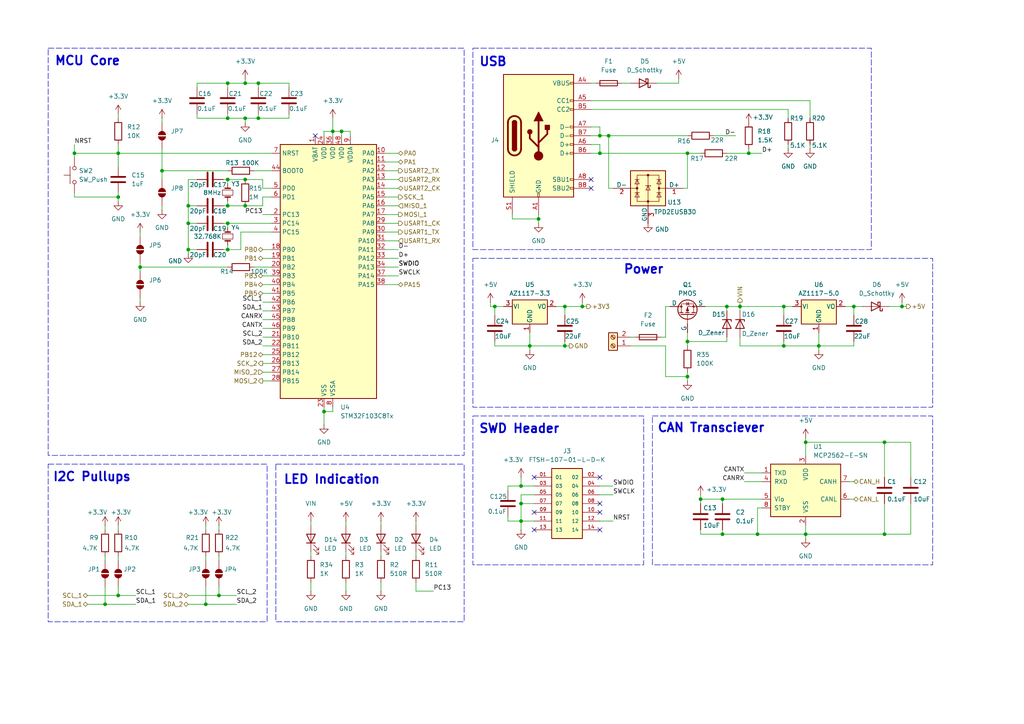
<source format=kicad_sch>
(kicad_sch (version 20250114) (generator "eeschema") (generator_version "9.0")
  (paper "A4")
  (rectangle (start 137.16 120.65) (end 186.69 163.83) (stroke (width 0) (type dash)))
  (rectangle (start 137.16 74.93) (end 270.51 118.11) (stroke (width 0) (type dash)))
  (rectangle (start 189.23 120.65) (end 270.51 163.83) (stroke (width 0) (type dash)))
  (rectangle (start 80.01 134.62) (end 134.62 180.34) (stroke (width 0) (type dash)))
  (rectangle (start 13.97 134.62) (end 77.47 180.34) (stroke (width 0) (type dash)))
  (rectangle (start 137.16 13.97) (end 252.73 72.39) (stroke (width 0) (type dash)))
  (rectangle (start 13.97 13.97) (end 134.62 132.08) (stroke (width 0) (type dash)))
  (text "SWD Header" (at 150.622 124.46 0) (effects (font (size 2.54 2.54) (thickness 0.508) (bold yes))))
  (text "CAN Transciever" (at 206.248 124.206 0) (effects (font (size 2.54 2.54) (thickness 0.508) (bold yes))))
  (text "I2C Pullups" (at 26.67 138.43 0) (effects (font (size 2.54 2.54) (thickness 0.508) (bold yes))))
  (text "MCU Core" (at 25.4 17.78 0) (effects (font (size 2.54 2.54) (thickness 0.508) (bold yes))))
  (text "Power" (at 186.69 78.232 0) (effects (font (size 2.54 2.54) (thickness 0.508) (bold yes))))
  (text "LED Indication" (at 96.266 139.192 0) (effects (font (size 2.54 2.54) (thickness 0.508) (bold yes))))
  (text "USB" (at 143.002 18.034 0) (effects (font (size 2.54 2.54) (thickness 0.508) (bold yes))))
  (junction (at 54.61 59.69))
  (junction (at 74.93 24.13))
  (junction (at 151.13 140.97))
  (junction (at 163.83 88.9))
  (junction (at 34.29 57.15))
  (junction (at 40.64 77.47))
  (junction (at 143.51 88.9))
  (junction (at 66.04 52.07))
  (junction (at 151.13 146.05))
  (junction (at 227.33 88.9))
  (junction (at 156.21 63.5))
  (junction (at 209.55 154.94))
  (junction (at 71.12 59.69))
  (junction (at 66.04 72.39))
  (junction (at 71.12 34.29))
  (junction (at 63.5 172.72))
  (junction (at 93.98 119.38))
  (junction (at 46.99 49.53))
  (junction (at 199.39 99.06))
  (junction (at 74.93 34.29))
  (junction (at 153.67 100.33))
  (junction (at 199.39 44.45))
  (junction (at 34.29 172.72))
  (junction (at 71.12 24.13))
  (junction (at 66.04 59.69))
  (junction (at 203.2 144.78))
  (junction (at 176.53 39.37))
  (junction (at 214.63 88.9))
  (junction (at 233.68 128.27))
  (junction (at 256.54 128.27))
  (junction (at 66.04 64.77))
  (junction (at 237.49 100.33))
  (junction (at 219.71 154.94))
  (junction (at 71.12 52.07))
  (junction (at 233.68 154.94))
  (junction (at 66.04 24.13))
  (junction (at 66.04 34.29))
  (junction (at 54.61 72.39))
  (junction (at 96.52 38.1))
  (junction (at 59.69 175.26))
  (junction (at 54.61 64.77))
  (junction (at 151.13 151.13))
  (junction (at 210.82 88.9))
  (junction (at 227.33 100.33))
  (junction (at 21.59 44.45))
  (junction (at 217.17 44.45))
  (junction (at 173.99 39.37))
  (junction (at 34.29 44.45))
  (junction (at 99.06 38.1))
  (junction (at 30.48 175.26))
  (junction (at 163.83 100.33))
  (junction (at 173.99 44.45))
  (junction (at 247.65 88.9))
  (junction (at 256.54 154.94))
  (junction (at 261.62 88.9))
  (junction (at 209.55 144.78))
  (junction (at 199.39 109.22))
  (junction (at 168.91 88.9))
  (no_connect (at 154.94 153.67))
  (no_connect (at 173.99 146.05))
  (no_connect (at 171.45 54.61))
  (no_connect (at 173.99 153.67))
  (no_connect (at 154.94 148.59))
  (no_connect (at 173.99 138.43))
  (no_connect (at 91.44 39.37))
  (no_connect (at 154.94 138.43))
  (no_connect (at 173.99 148.59))
  (no_connect (at 171.45 52.07))
  (wire (pts (xy 193.04 88.9) (xy 194.31 88.9)))
  (wire (pts (xy 57.15 34.29) (xy 66.04 34.29)))
  (wire (pts (xy 66.04 52.07) (xy 71.12 52.07)))
  (wire (pts (xy 247.65 88.9) (xy 247.65 91.44)))
  (wire (pts (xy 40.64 67.31) (xy 40.64 68.58)))
  (wire (pts (xy 90.17 160.02) (xy 90.17 161.29)))
  (wire (pts (xy 171.45 29.21) (xy 234.95 29.21)))
  (wire (pts (xy 34.29 161.29) (xy 34.29 162.56)))
  (wire (pts (xy 76.2 62.23) (xy 78.74 62.23)))
  (wire (pts (xy 21.59 45.72) (xy 21.59 44.45)))
  (wire (pts (xy 227.33 99.06) (xy 227.33 100.33)))
  (wire (pts (xy 233.68 154.94) (xy 233.68 156.21)))
  (wire (pts (xy 215.9 139.7) (xy 220.98 139.7)))
  (wire (pts (xy 182.88 97.79) (xy 184.15 97.79)))
  (wire (pts (xy 100.33 151.13) (xy 100.33 152.4)))
  (wire (pts (xy 66.04 64.77) (xy 66.04 66.04)))
  (wire (pts (xy 76.2 107.95) (xy 78.74 107.95)))
  (wire (pts (xy 256.54 128.27) (xy 256.54 138.43)))
  (wire (pts (xy 203.2 153.67) (xy 203.2 154.94)))
  (wire (pts (xy 74.93 34.29) (xy 83.82 34.29)))
  (wire (pts (xy 233.68 128.27) (xy 233.68 132.08)))
  (wire (pts (xy 66.04 72.39) (xy 69.85 72.39)))
  (wire (pts (xy 74.93 24.13) (xy 74.93 25.4)))
  (wire (pts (xy 101.6 38.1) (xy 101.6 39.37)))
  (wire (pts (xy 76.2 87.63) (xy 78.74 87.63)))
  (wire (pts (xy 63.5 161.29) (xy 63.5 162.56)))
  (wire (pts (xy 161.29 88.9) (xy 163.83 88.9)))
  (wire (pts (xy 66.04 24.13) (xy 71.12 24.13)))
  (wire (pts (xy 142.24 88.9) (xy 143.51 88.9)))
  (wire (pts (xy 111.76 72.39) (xy 115.57 72.39)))
  (wire (pts (xy 64.77 72.39) (xy 66.04 72.39)))
  (wire (pts (xy 111.76 52.07) (xy 115.57 52.07)))
  (wire (pts (xy 190.5 24.13) (xy 196.85 24.13)))
  (wire (pts (xy 209.55 144.78) (xy 209.55 146.05)))
  (wire (pts (xy 199.39 109.22) (xy 199.39 110.49)))
  (wire (pts (xy 69.85 67.31) (xy 78.74 67.31)))
  (wire (pts (xy 96.52 118.11) (xy 96.52 119.38)))
  (wire (pts (xy 156.21 63.5) (xy 156.21 64.77)))
  (wire (pts (xy 93.98 38.1) (xy 96.52 38.1)))
  (wire (pts (xy 220.98 144.78) (xy 209.55 144.78)))
  (wire (pts (xy 40.64 78.74) (xy 40.64 77.47)))
  (wire (pts (xy 227.33 88.9) (xy 229.87 88.9)))
  (wire (pts (xy 76.2 105.41) (xy 78.74 105.41)))
  (wire (pts (xy 172.72 24.13) (xy 171.45 24.13)))
  (wire (pts (xy 256.54 146.05) (xy 256.54 154.94)))
  (wire (pts (xy 147.32 149.86) (xy 147.32 151.13)))
  (wire (pts (xy 111.76 62.23) (xy 115.57 62.23)))
  (wire (pts (xy 203.2 144.78) (xy 203.2 143.51)))
  (wire (pts (xy 59.69 175.26) (xy 68.58 175.26)))
  (wire (pts (xy 228.6 31.75) (xy 228.6 34.29)))
  (wire (pts (xy 154.94 151.13) (xy 151.13 151.13)))
  (wire (pts (xy 111.76 57.15) (xy 115.57 57.15)))
  (wire (pts (xy 156.21 62.23) (xy 156.21 63.5)))
  (wire (pts (xy 227.33 88.9) (xy 227.33 91.44)))
  (wire (pts (xy 76.2 52.07) (xy 76.2 54.61)))
  (wire (pts (xy 233.68 152.4) (xy 233.68 154.94)))
  (wire (pts (xy 34.29 44.45) (xy 34.29 48.26)))
  (wire (pts (xy 63.5 170.18) (xy 63.5 172.72)))
  (wire (pts (xy 111.76 74.93) (xy 115.57 74.93)))
  (wire (pts (xy 54.61 175.26) (xy 59.69 175.26)))
  (wire (pts (xy 168.91 88.9) (xy 170.18 88.9)))
  (wire (pts (xy 111.76 80.01) (xy 115.57 80.01)))
  (wire (pts (xy 34.29 172.72) (xy 39.37 172.72)))
  (wire (pts (xy 71.12 34.29) (xy 71.12 35.56)))
  (wire (pts (xy 57.15 25.4) (xy 57.15 24.13)))
  (wire (pts (xy 54.61 52.07) (xy 57.15 52.07)))
  (wire (pts (xy 214.63 88.9) (xy 214.63 90.17)))
  (wire (pts (xy 21.59 44.45) (xy 34.29 44.45)))
  (wire (pts (xy 76.2 72.39) (xy 78.74 72.39)))
  (wire (pts (xy 120.65 171.45) (xy 120.65 168.91)))
  (wire (pts (xy 199.39 54.61) (xy 198.12 54.61)))
  (wire (pts (xy 59.69 170.18) (xy 59.69 175.26)))
  (wire (pts (xy 64.77 64.77) (xy 66.04 64.77)))
  (wire (pts (xy 34.29 152.4) (xy 34.29 153.67)))
  (wire (pts (xy 34.29 57.15) (xy 21.59 57.15)))
  (wire (pts (xy 215.9 137.16) (xy 220.98 137.16)))
  (wire (pts (xy 90.17 171.45) (xy 90.17 168.91)))
  (wire (pts (xy 143.51 99.06) (xy 143.51 100.33)))
  (wire (pts (xy 142.24 87.63) (xy 142.24 88.9)))
  (wire (pts (xy 46.99 43.18) (xy 46.99 49.53)))
  (wire (pts (xy 227.33 100.33) (xy 237.49 100.33)))
  (wire (pts (xy 199.39 99.06) (xy 199.39 100.33)))
  (wire (pts (xy 120.65 160.02) (xy 120.65 161.29)))
  (wire (pts (xy 66.04 58.42) (xy 66.04 59.69)))
  (wire (pts (xy 210.82 99.06) (xy 210.82 97.79)))
  (wire (pts (xy 210.82 88.9) (xy 214.63 88.9)))
  (wire (pts (xy 173.99 36.83) (xy 171.45 36.83)))
  (wire (pts (xy 93.98 38.1) (xy 93.98 39.37)))
  (wire (pts (xy 233.68 154.94) (xy 219.71 154.94)))
  (wire (pts (xy 66.04 59.69) (xy 71.12 59.69)))
  (wire (pts (xy 199.39 107.95) (xy 199.39 109.22)))
  (wire (pts (xy 76.2 97.79) (xy 78.74 97.79)))
  (wire (pts (xy 210.82 44.45) (xy 217.17 44.45)))
  (wire (pts (xy 40.64 86.36) (xy 40.64 87.63)))
  (wire (pts (xy 76.2 54.61) (xy 78.74 54.61)))
  (wire (pts (xy 71.12 52.07) (xy 76.2 52.07)))
  (wire (pts (xy 54.61 72.39) (xy 54.61 64.77)))
  (wire (pts (xy 99.06 38.1) (xy 101.6 38.1)))
  (wire (pts (xy 30.48 161.29) (xy 30.48 162.56)))
  (wire (pts (xy 168.91 87.63) (xy 168.91 88.9)))
  (wire (pts (xy 217.17 43.18) (xy 217.17 44.45)))
  (wire (pts (xy 21.59 41.91) (xy 21.59 44.45)))
  (wire (pts (xy 154.94 140.97) (xy 151.13 140.97)))
  (wire (pts (xy 76.2 100.33) (xy 78.74 100.33)))
  (wire (pts (xy 199.39 96.52) (xy 199.39 99.06)))
  (wire (pts (xy 93.98 119.38) (xy 93.98 123.19)))
  (wire (pts (xy 83.82 34.29) (xy 83.82 33.02)))
  (wire (pts (xy 214.63 87.63) (xy 214.63 88.9)))
  (wire (pts (xy 111.76 46.99) (xy 115.57 46.99)))
  (wire (pts (xy 234.95 41.91) (xy 234.95 43.18)))
  (wire (pts (xy 25.4 175.26) (xy 30.48 175.26)))
  (wire (pts (xy 93.98 118.11) (xy 93.98 119.38)))
  (wire (pts (xy 30.48 175.26) (xy 39.37 175.26)))
  (wire (pts (xy 148.59 62.23) (xy 148.59 63.5)))
  (wire (pts (xy 173.99 41.91) (xy 171.45 41.91)))
  (wire (pts (xy 57.15 24.13) (xy 66.04 24.13)))
  (wire (pts (xy 34.29 170.18) (xy 34.29 172.72)))
  (wire (pts (xy 176.53 39.37) (xy 176.53 54.61)))
  (wire (pts (xy 57.15 59.69) (xy 54.61 59.69)))
  (wire (pts (xy 153.67 100.33) (xy 153.67 101.6)))
  (wire (pts (xy 219.71 147.32) (xy 219.71 154.94)))
  (wire (pts (xy 78.74 57.15) (xy 76.2 57.15)))
  (wire (pts (xy 30.48 170.18) (xy 30.48 175.26)))
  (wire (pts (xy 21.59 57.15) (xy 21.59 55.88)))
  (wire (pts (xy 76.2 57.15) (xy 76.2 59.69)))
  (wire (pts (xy 71.12 34.29) (xy 74.93 34.29)))
  (wire (pts (xy 257.81 88.9) (xy 261.62 88.9)))
  (wire (pts (xy 73.66 49.53) (xy 78.74 49.53)))
  (wire (pts (xy 147.32 140.97) (xy 147.32 142.24)))
  (wire (pts (xy 199.39 99.06) (xy 210.82 99.06)))
  (wire (pts (xy 54.61 72.39) (xy 54.61 73.66)))
  (wire (pts (xy 264.16 128.27) (xy 256.54 128.27)))
  (wire (pts (xy 151.13 151.13) (xy 151.13 153.67)))
  (wire (pts (xy 163.83 88.9) (xy 168.91 88.9)))
  (wire (pts (xy 76.2 90.17) (xy 78.74 90.17)))
  (wire (pts (xy 111.76 67.31) (xy 115.57 67.31)))
  (wire (pts (xy 74.93 24.13) (xy 83.82 24.13)))
  (wire (pts (xy 34.29 57.15) (xy 34.29 58.42)))
  (wire (pts (xy 209.55 153.67) (xy 209.55 154.94)))
  (wire (pts (xy 151.13 140.97) (xy 147.32 140.97)))
  (wire (pts (xy 247.65 88.9) (xy 250.19 88.9)))
  (wire (pts (xy 111.76 64.77) (xy 115.57 64.77)))
  (wire (pts (xy 199.39 44.45) (xy 199.39 54.61)))
  (wire (pts (xy 93.98 119.38) (xy 96.52 119.38)))
  (wire (pts (xy 64.77 59.69) (xy 66.04 59.69)))
  (wire (pts (xy 214.63 100.33) (xy 214.63 97.79)))
  (wire (pts (xy 196.85 22.86) (xy 196.85 24.13)))
  (wire (pts (xy 76.2 74.93) (xy 78.74 74.93)))
  (wire (pts (xy 100.33 160.02) (xy 100.33 161.29)))
  (wire (pts (xy 173.99 44.45) (xy 199.39 44.45)))
  (wire (pts (xy 153.67 96.52) (xy 153.67 100.33)))
  (wire (pts (xy 193.04 109.22) (xy 199.39 109.22)))
  (wire (pts (xy 264.16 154.94) (xy 256.54 154.94)))
  (wire (pts (xy 111.76 77.47) (xy 115.57 77.47)))
  (wire (pts (xy 227.33 100.33) (xy 214.63 100.33)))
  (wire (pts (xy 110.49 160.02) (xy 110.49 161.29)))
  (wire (pts (xy 176.53 54.61) (xy 177.8 54.61)))
  (wire (pts (xy 171.45 31.75) (xy 228.6 31.75)))
  (wire (pts (xy 199.39 44.45) (xy 203.2 44.45)))
  (wire (pts (xy 111.76 44.45) (xy 115.57 44.45)))
  (wire (pts (xy 163.83 100.33) (xy 165.1 100.33)))
  (wire (pts (xy 69.85 72.39) (xy 69.85 67.31)))
  (wire (pts (xy 66.04 24.13) (xy 66.04 25.4)))
  (wire (pts (xy 143.51 88.9) (xy 146.05 88.9)))
  (wire (pts (xy 203.2 144.78) (xy 203.2 146.05)))
  (wire (pts (xy 46.99 59.69) (xy 46.99 60.96)))
  (wire (pts (xy 151.13 151.13) (xy 151.13 146.05)))
  (wire (pts (xy 153.67 100.33) (xy 163.83 100.33)))
  (wire (pts (xy 71.12 22.86) (xy 71.12 24.13)))
  (wire (pts (xy 173.99 143.51) (xy 177.8 143.51)))
  (wire (pts (xy 217.17 44.45) (xy 220.98 44.45)))
  (wire (pts (xy 100.33 171.45) (xy 100.33 168.91)))
  (wire (pts (xy 34.29 44.45) (xy 78.74 44.45)))
  (wire (pts (xy 173.99 140.97) (xy 177.8 140.97)))
  (wire (pts (xy 237.49 96.52) (xy 237.49 100.33)))
  (wire (pts (xy 228.6 41.91) (xy 228.6 43.18)))
  (wire (pts (xy 261.62 88.9) (xy 262.89 88.9)))
  (wire (pts (xy 46.99 49.53) (xy 66.04 49.53)))
  (wire (pts (xy 120.65 151.13) (xy 120.65 152.4)))
  (wire (pts (xy 154.94 146.05) (xy 151.13 146.05)))
  (wire (pts (xy 96.52 38.1) (xy 99.06 38.1)))
  (wire (pts (xy 209.55 154.94) (xy 219.71 154.94)))
  (wire (pts (xy 96.52 34.29) (xy 96.52 38.1)))
  (wire (pts (xy 246.38 144.78) (xy 247.65 144.78)))
  (wire (pts (xy 73.66 77.47) (xy 78.74 77.47)))
  (wire (pts (xy 34.29 41.91) (xy 34.29 44.45)))
  (wire (pts (xy 66.04 52.07) (xy 66.04 53.34)))
  (wire (pts (xy 54.61 172.72) (xy 63.5 172.72)))
  (wire (pts (xy 125.73 171.45) (xy 120.65 171.45)))
  (wire (pts (xy 176.53 39.37) (xy 199.39 39.37)))
  (wire (pts (xy 63.5 152.4) (xy 63.5 153.67)))
  (wire (pts (xy 209.55 144.78) (xy 203.2 144.78)))
  (wire (pts (xy 54.61 59.69) (xy 54.61 64.77)))
  (wire (pts (xy 71.12 59.69) (xy 76.2 59.69)))
  (wire (pts (xy 66.04 34.29) (xy 71.12 34.29)))
  (wire (pts (xy 193.04 97.79) (xy 193.04 88.9)))
  (wire (pts (xy 76.2 95.25) (xy 78.74 95.25)))
  (wire (pts (xy 76.2 85.09) (xy 78.74 85.09)))
  (wire (pts (xy 46.99 34.29) (xy 46.99 35.56)))
  (wire (pts (xy 40.64 76.2) (xy 40.64 77.47)))
  (wire (pts (xy 191.77 97.79) (xy 193.04 97.79)))
  (wire (pts (xy 76.2 102.87) (xy 78.74 102.87)))
  (wire (pts (xy 173.99 39.37) (xy 173.99 36.83)))
  (wire (pts (xy 76.2 82.55) (xy 78.74 82.55)))
  (wire (pts (xy 90.17 151.13) (xy 90.17 152.4)))
  (wire (pts (xy 111.76 69.85) (xy 115.57 69.85)))
  (wire (pts (xy 46.99 49.53) (xy 46.99 52.07)))
  (wire (pts (xy 264.16 146.05) (xy 264.16 154.94)))
  (wire (pts (xy 261.62 87.63) (xy 261.62 88.9)))
  (wire (pts (xy 171.45 44.45) (xy 173.99 44.45)))
  (wire (pts (xy 59.69 161.29) (xy 59.69 162.56)))
  (wire (pts (xy 40.64 77.47) (xy 66.04 77.47)))
  (wire (pts (xy 233.68 154.94) (xy 256.54 154.94)))
  (wire (pts (xy 143.51 88.9) (xy 143.51 91.44)))
  (wire (pts (xy 111.76 82.55) (xy 115.57 82.55)))
  (wire (pts (xy 203.2 154.94) (xy 209.55 154.94)))
  (wire (pts (xy 66.04 64.77) (xy 78.74 64.77)))
  (wire (pts (xy 233.68 128.27) (xy 256.54 128.27)))
  (wire (pts (xy 173.99 151.13) (xy 177.8 151.13)))
  (wire (pts (xy 110.49 151.13) (xy 110.49 152.4)))
  (wire (pts (xy 151.13 151.13) (xy 147.32 151.13)))
  (wire (pts (xy 173.99 39.37) (xy 171.45 39.37)))
  (wire (pts (xy 110.49 171.45) (xy 110.49 168.91)))
  (wire (pts (xy 173.99 39.37) (xy 176.53 39.37)))
  (wire (pts (xy 264.16 138.43) (xy 264.16 128.27)))
  (wire (pts (xy 57.15 72.39) (xy 54.61 72.39)))
  (wire (pts (xy 143.51 100.33) (xy 153.67 100.33)))
  (wire (pts (xy 71.12 24.13) (xy 74.93 24.13)))
  (wire (pts (xy 66.04 33.02) (xy 66.04 34.29)))
  (wire (pts (xy 246.38 139.7) (xy 247.65 139.7)))
  (wire (pts (xy 111.76 59.69) (xy 115.57 59.69)))
  (wire (pts (xy 237.49 100.33) (xy 237.49 101.6)))
  (wire (pts (xy 173.99 44.45) (xy 173.99 41.91)))
  (wire (pts (xy 54.61 64.77) (xy 57.15 64.77)))
  (wire (pts (xy 182.88 100.33) (xy 193.04 100.33)))
  (wire (pts (xy 34.29 33.02) (xy 34.29 34.29)))
  (wire (pts (xy 76.2 92.71) (xy 78.74 92.71)))
  (wire (pts (xy 156.21 63.5) (xy 148.59 63.5)))
  (wire (pts (xy 220.98 147.32) (xy 219.71 147.32)))
  (wire (pts (xy 57.15 33.02) (xy 57.15 34.29)))
  (wire (pts (xy 99.06 38.1) (xy 99.06 39.37)))
  (wire (pts (xy 76.2 80.01) (xy 78.74 80.01)))
  (wire (pts (xy 233.68 127) (xy 233.68 128.27)))
  (wire (pts (xy 66.04 71.12) (xy 66.04 72.39)))
  (wire (pts (xy 25.4 172.72) (xy 34.29 172.72)))
  (wire (pts (xy 163.83 100.33) (xy 163.83 99.06)))
  (wire (pts (xy 151.13 143.51) (xy 151.13 146.05)))
  (wire (pts (xy 64.77 52.07) (xy 66.04 52.07)))
  (wire (pts (xy 76.2 110.49) (xy 78.74 110.49)))
  (wire (pts (xy 63.5 172.72) (xy 68.58 172.72)))
  (wire (pts (xy 180.34 24.13) (xy 182.88 24.13)))
  (wire (pts (xy 193.04 100.33) (xy 193.04 109.22)))
  (wire (pts (xy 247.65 100.33) (xy 247.65 99.06)))
  (wire (pts (xy 163.83 88.9) (xy 163.83 91.44)))
  (wire (pts (xy 210.82 90.17) (xy 210.82 88.9)))
  (wire (pts (xy 96.52 38.1) (xy 96.52 39.37)))
  (wire (pts (xy 204.47 88.9) (xy 210.82 88.9)))
  (wire (pts (xy 54.61 59.69) (xy 54.61 52.07)))
  (wire (pts (xy 214.63 88.9) (xy 227.33 88.9)))
  (wire (pts (xy 207.01 39.37) (xy 213.36 39.37)))
  (wire (pts (xy 83.82 24.13) (xy 83.82 25.4)))
  (wire (pts (xy 59.69 152.4) (xy 59.69 153.67)))
  (wire (pts (xy 34.29 55.88) (xy 34.29 57.15)))
  (wire (pts (xy 74.93 33.02) (xy 74.93 34.29)))
  (wire (pts (xy 30.48 152.4) (xy 30.48 153.67)))
  (wire (pts (xy 245.11 88.9) (xy 247.65 88.9)))
  (wire (pts (xy 111.76 49.53) (xy 115.57 49.53)))
  (wire (pts (xy 237.49 100.33) (xy 247.65 100.33)))
  (wire (pts (xy 234.95 29.21) (xy 234.95 34.29)))
  (wire (pts (xy 151.13 143.51) (xy 154.94 143.51)))
  (wire (pts (xy 151.13 138.43) (xy 151.13 140.97)))
  (wire (pts (xy 111.76 54.61) (xy 115.57 54.61)))
  (label "SWCLK" (at 177.8 143.51 0))
  (label "SWDIO" (at 115.57 77.47 0))
  (label "SCL_2" (at 68.58 172.72 0))
  (label "D-" (at 213.36 39.37 180))
  (label "PC13" (at 76.2 62.23 180))
  (label "SWDIO" (at 177.8 140.97 0))
  (label "CANRX" (at 76.2 92.71 180))
  (label "SDA_1" (at 76.2 90.17 180))
  (label "SCL_1" (at 39.37 172.72 0))
  (label "SCL_1" (at 76.2 87.63 180))
  (label "SWDIO" (at 115.57 77.47 0))
  (label "SCL_2" (at 76.2 97.79 180))
  (label "NRST" (at 21.59 41.91 0))
  (label "D+" (at 220.98 44.45 0))
  (label "SDA_2" (at 76.2 100.33 180))
  (label "PC13" (at 125.73 171.45 0))
  (label "CANTX" (at 76.2 95.25 180))
  (label "SDA_1" (at 39.37 175.26 0))
  (label "SWCLK" (at 115.57 80.01 0))
  (label "NRST" (at 177.8 151.13 0))
  (label "D+" (at 115.57 74.93 0))
  (label "CANTX" (at 215.9 137.16 180))
  (label "CANRX" (at 215.9 139.7 180))
  (label "SDA_2" (at 68.58 175.26 0))
  (label "D-" (at 115.57 72.39 0))
  (hierarchical_label "USART2_RX" (shape input) (at 115.57 52.07 0))
  (hierarchical_label "USART1_CK" (shape output) (at 115.57 64.77 0))
  (hierarchical_label "MISO_1" (shape input) (at 115.57 59.69 0))
  (hierarchical_label "MISO_2" (shape input) (at 76.2 107.95 180))
  (hierarchical_label "PB5" (shape bidirectional) (at 76.2 85.09 180))
  (hierarchical_label "SCK_2" (shape output) (at 76.2 105.41 180))
  (hierarchical_label "CAN_H" (shape bidirectional) (at 247.65 139.7 0))
  (hierarchical_label "PB0" (shape bidirectional) (at 76.2 72.39 180))
  (hierarchical_label "CAN_L" (shape bidirectional) (at 247.65 144.78 0))
  (hierarchical_label "SDA_2" (shape bidirectional) (at 54.61 175.26 180))
  (hierarchical_label "SCL_1" (shape bidirectional) (at 25.4 172.72 180))
  (hierarchical_label "PB1" (shape bidirectional) (at 76.2 74.93 180))
  (hierarchical_label "USART2_TX" (shape output) (at 115.57 49.53 0))
  (hierarchical_label "SCK_1" (shape output) (at 115.57 57.15 0))
  (hierarchical_label "MOSI_2" (shape output) (at 76.2 110.49 180))
  (hierarchical_label "+3V3" (shape output) (at 170.18 88.9 0))
  (hierarchical_label "+5V" (shape output) (at 262.89 88.9 0))
  (hierarchical_label "USART1_RX" (shape input) (at 115.57 69.85 0))
  (hierarchical_label "PA15" (shape bidirectional) (at 115.57 82.55 0))
  (hierarchical_label "GND" (shape output) (at 165.1 100.33 0))
  (hierarchical_label "PA0" (shape bidirectional) (at 115.57 44.45 0))
  (hierarchical_label "PB3" (shape bidirectional) (at 76.2 80.01 180))
  (hierarchical_label "VIN" (shape output) (at 214.63 87.63 90))
  (hierarchical_label "MOSI_1" (shape output) (at 115.57 62.23 0))
  (hierarchical_label "SDA_1" (shape bidirectional) (at 25.4 175.26 180))
  (hierarchical_label "PA1" (shape bidirectional) (at 115.57 46.99 0))
  (hierarchical_label "USART1_TX" (shape output) (at 115.57 67.31 0))
  (hierarchical_label "USART2_CK" (shape bidirectional) (at 115.57 54.61 0))
  (hierarchical_label "PB4" (shape bidirectional) (at 76.2 82.55 180))
  (hierarchical_label "PB12" (shape bidirectional) (at 76.2 102.87 180))
  (hierarchical_label "SCL_2" (shape bidirectional) (at 54.61 172.72 180))
  (symbol (lib_id "Device:C") (at 60.96 59.69 90) (unit 1)
    (property "Reference" "C18" (at 63.754 61.214 90))
    (property "Value" "20pF" (at 57.404 61.214 90))
    (property "Footprint" "Capacitor_SMD:C_0805_2012Metric" (effects (hide yes)))
    (property "Description" "Unpolarized capacitor" (effects (hide yes)))
  )
  (symbol (lib_id "Device:R") (at 34.29 157.48 0) (unit 1)
    (property "Reference" "R10" (at 36.068 155.956 0) (effects (justify left)))
    (property "Value" "4.7K" (at 36.068 159.004 0) (effects (justify left)))
    (property "Footprint" "Resistor_SMD:R_0805_2012Metric" (effects (hide yes)))
    (property "Description" "Resistor" (effects (hide yes)))
  )
  (symbol (lib_id "Device:C") (at 163.83 95.25 0) (unit 1)
    (property "Reference" "C25" (at 164.084 93.218 0) (effects (justify left)))
    (property "Value" "22uF" (at 163.83 97.536 0) (effects (justify left)))
    (property "Footprint" "Capacitor_SMD:C_1206_3216Metric" (effects (hide yes)))
    (property "Description" "Unpolarized capacitor" (effects (hide yes)))
  )
  (symbol (lib_id "Device:R") (at 120.65 165.1 0) (unit 1)
    (property "Reference" "R11" (at 123.19 163.8299 0) (effects (justify left)))
    (property "Value" "510R" (at 123.19 166.3699 0) (effects (justify left)))
    (property "Footprint" "Resistor_SMD:R_0805_2012Metric" (effects (hide yes)))
    (property "Description" "Resistor" (effects (hide yes)))
  )
  (symbol (lib_id "power:+1V0") (at 90.17 151.13 0) (unit 1)
    (property "Reference" "#PWR0108" (effects (hide yes)))
    (property "Value" "VIN" (at 90.17 146.05 0))
    (property "Description" "Power symbol creates a global label with name \"+1V0\"" (effects (hide yes)))
  )
  (symbol (lib_id "power:+3.3V") (at 110.49 151.13 0) (unit 1)
    (property "Reference" "#PWR012" (effects (hide yes)))
    (property "Value" "+3.3V" (at 110.49 146.05 0))
    (property "Description" "Power symbol creates a global label with name \"+3.3V\"" (effects (hide yes)))
  )
  (symbol (lib_id "power:GND") (at 228.6 43.18 0) (unit 1)
    (property "Reference" "#PWR048" (effects (hide yes)))
    (property "Value" "GND" (at 228.6 48.26 0))
    (property "Description" "Power symbol creates a global label with name \"GND\" , ground" (effects (hide yes)))
  )
  (symbol (lib_id "Device:R") (at 100.33 165.1 0) (unit 1)
    (property "Reference" "R3" (at 102.87 163.8299 0) (effects (justify left)))
    (property "Value" "1K" (at 102.87 166.3699 0) (effects (justify left)))
    (property "Footprint" "Resistor_SMD:R_0805_2012Metric" (effects (hide yes)))
    (property "Description" "Resistor" (effects (hide yes)))
  )
  (symbol (lib_id "Regulator_Linear:AZ1117-5.0") (at 237.49 88.9 0) (unit 1)
    (property "Reference" "U6" (at 237.49 82.55 0))
    (property "Value" "AZ1117-5.0" (at 237.49 85.09 0))
    (property "Footprint" "Package_TO_SOT_SMD:SOT-223-3_TabPin2" (effects (hide yes)))
    (property "Datasheet" "https://www.diodes.com/assets/Datasheets/AZ1117.pdf" (effects (hide yes)))
    (property "Description" "1A 20V Fixed LDO Linear Regulator, 5.0V, SOT-89/SOT-223/TO-220/TO-252/TO-263" (effects (hide yes)))
  )
  (symbol (lib_id "Device:C") (at 34.29 52.07 0) (unit 1)
    (property "Reference" "C15" (at 38.1 50.7999 0) (effects (justify left)))
    (property "Value" "1uF" (at 38.1 53.3399 0) (effects (justify left)))
    (property "Footprint" "Capacitor_SMD:C_0805_2012Metric" (effects (hide yes)))
    (property "Description" "Unpolarized capacitor" (effects (hide yes)))
  )
  (symbol (lib_id "Device:R") (at 199.39 104.14 0) (unit 1)
    (property "Reference" "R35" (at 201.93 102.8699 0) (effects (justify left)))
    (property "Value" "100K" (at 201.93 105.4099 0) (effects (justify left)))
    (property "Footprint" "Resistor_SMD:R_0805_2012Metric" (effects (hide yes)))
    (property "Description" "Resistor" (effects (hide yes)))
  )
  (symbol (lib_id "Jumper:SolderJumper_2_Open") (at 46.99 55.88 90) (unit 1) (exclude_from_sim yes) (in_bom no)
    (property "Reference" "JP8" (at 49.53 54.6099 90) (effects (justify right)))
    (property "Value" "SolderJumper_2_Open" (effects (hide yes)))
    (property "Footprint" "Jumper:SolderJumper-2_P1.3mm_Open_TrianglePad1.0x1.5mm" (effects (hide yes)))
    (property "Description" "Solder Jumper, 2-pole, open" (effects (hide yes)))
  )
  (symbol (lib_id "power:GND") (at 153.67 101.6 0) (unit 1)
    (property "Reference" "#PWR040" (effects (hide yes)))
    (property "Value" "GND" (at 153.67 106.68 0))
    (property "Description" "Power symbol creates a global label with name \"GND\" , ground" (effects (hide yes)))
  )
  (symbol (lib_id "Jumper:SolderJumper_2_Open") (at 63.5 166.37 90) (unit 1) (exclude_from_sim yes) (in_bom no)
    (property "Reference" "JP4" (at 65.024 165.1 90) (effects (justify right)))
    (property "Value" "SolderJumper_2_Open" (effects (hide yes)))
    (property "Footprint" "Jumper:SolderJumper-2_P1.3mm_Open_TrianglePad1.0x1.5mm" (effects (hide yes)))
    (property "Description" "Solder Jumper, 2-pole, open" (effects (hide yes)))
  )
  (symbol (lib_id "Device:LED") (at 90.17 156.21 90) (unit 1)
    (property "Reference" "D14" (at 93.98 156.5274 90) (effects (justify right)))
    (property "Value" "LED" (at 93.98 159.0674 90) (effects (justify right)))
    (property "Footprint" "LED_SMD:LED_0805_2012Metric" (effects (hide yes)))
    (property "Description" "Light emitting diode" (effects (hide yes)))
  )
  (symbol (lib_id "power:+3.3V") (at 63.5 152.4 0) (unit 1)
    (property "Reference" "#PWR022" (effects (hide yes)))
    (property "Value" "+3.3V" (at 64.262 148.59 0))
    (property "Description" "Power symbol creates a global label with name \"+3.3V\"" (effects (hide yes)))
  )
  (symbol (lib_id "Device:R") (at 207.01 44.45 270) (unit 1)
    (property "Reference" "R17" (at 202.184 45.974 90))
    (property "Value" "22R" (at 212.09 45.974 90))
    (property "Footprint" "Resistor_SMD:R_0805_2012Metric" (effects (hide yes)))
    (property "Description" "Resistor" (effects (hide yes)))
  )
  (symbol (lib_id "power:+3.3V") (at 151.13 138.43 0) (unit 1)
    (property "Reference" "#PWR025" (effects (hide yes)))
    (property "Value" "+3.3V" (at 148.844 133.35 0))
    (property "Description" "Power symbol creates a global label with name \"+3.3V\"" (effects (hide yes)))
  )
  (symbol (lib_id "power:GND") (at 40.64 87.63 0) (unit 1)
    (property "Reference" "#PWR030" (effects (hide yes)))
    (property "Value" "GND" (at 40.64 92.71 0))
    (property "Description" "Power symbol creates a global label with name \"GND\" , ground" (effects (hide yes)))
  )
  (symbol (lib_id "power:+3.3V") (at 46.99 34.29 0) (unit 1)
    (property "Reference" "#PWR031" (effects (hide yes)))
    (property "Value" "+3.3V" (at 46.99 29.21 0))
    (property "Description" "Power symbol creates a global label with name \"+3.3V\"" (effects (hide yes)))
  )
  (symbol (lib_id "Jumper:SolderJumper_2_Open") (at 40.64 72.39 90) (unit 1) (exclude_from_sim yes) (in_bom no)
    (property "Reference" "JP5" (at 43.18 71.1199 90) (effects (justify right)))
    (property "Value" "SolderJumper_2_Open" (effects (hide yes)))
    (property "Footprint" "Jumper:SolderJumper-2_P1.3mm_Open_TrianglePad1.0x1.5mm" (effects (hide yes)))
    (property "Description" "Solder Jumper, 2-pole, open" (effects (hide yes)))
  )
  (symbol (lib_id "Interface_CAN_LIN:MCP2562-E-SN") (at 233.68 142.24 0) (unit 1)
    (property "Reference" "U1" (at 235.8741 129.54 0) (effects (justify left)))
    (property "Value" "MCP2562-E-SN" (at 235.8741 132.08 0) (effects (justify left)))
    (property "Footprint" "Package_SO:SOIC-8_3.9x4.9mm_P1.27mm" (effects (hide yes)))
    (property "Datasheet" "http://ww1.microchip.com/downloads/en/DeviceDoc/25167A.pdf" (effects (hide yes)))
    (property "Description" "High-Speed CAN Transceiver, 1Mbps, 5V supply, Vio pin, -40C to +125C, SOIC-8" (effects (hide yes)))
  )
  (symbol (lib_id "Device:R") (at 59.69 157.48 0) (unit 1)
    (property "Reference" "R21" (at 53.848 155.956 0) (effects (justify left)))
    (property "Value" "4.7K" (at 53.086 159.004 0) (effects (justify left)))
    (property "Footprint" "Resistor_SMD:R_0805_2012Metric" (effects (hide yes)))
    (property "Description" "Resistor" (effects (hide yes)))
  )
  (symbol (lib_id "Device:C") (at 57.15 29.21 0) (unit 1)
    (property "Reference" "C16" (at 57.404 27.178 0) (effects (justify left)))
    (property "Value" "0.1uF" (at 57.15 31.496 0) (effects (justify left)))
    (property "Footprint" "Capacitor_SMD:C_0805_2012Metric" (effects (hide yes)))
    (property "Description" "Unpolarized capacitor" (effects (hide yes)))
  )
  (symbol (lib_id "Device:Crystal_Small") (at 66.04 55.88 90) (unit 1)
    (property "Reference" "Y3" (at 67.056 53.34 90) (effects (justify right)))
    (property "Value" "8MHz" (at 58.928 55.88 90) (effects (justify right)))
    (property "Footprint" "Crystal:Crystal_SMD_Abracon_ABM3-2Pin_5.0x3.2mm" (effects (hide yes)))
    (property "Description" "Two pin crystal, small symbol" (effects (hide yes)))
  )
  (symbol (lib_id "power:+5V") (at 261.62 87.63 0) (unit 1)
    (property "Reference" "#PWR050" (effects (hide yes)))
    (property "Value" "+5V" (at 261.62 82.55 0))
    (property "Description" "Power symbol creates a global label with name \"+5V\"" (effects (hide yes)))
  )
  (symbol (lib_id "Jumper:SolderJumper_2_Open") (at 40.64 82.55 90) (unit 1) (exclude_from_sim yes) (in_bom no)
    (property "Reference" "JP6" (at 43.18 81.2799 90) (effects (justify right)))
    (property "Value" "SolderJumper_2_Open" (effects (hide yes)))
    (property "Footprint" "Jumper:SolderJumper-2_P1.3mm_Open_TrianglePad1.0x1.5mm" (effects (hide yes)))
    (property "Description" "Solder Jumper, 2-pole, open" (effects (hide yes)))
  )
  (symbol (lib_id "Device:C") (at 143.51 95.25 0) (unit 1)
    (property "Reference" "C24" (at 143.764 93.218 0) (effects (justify left)))
    (property "Value" "10uF" (at 143.51 97.536 0) (effects (justify left)))
    (property "Footprint" "Capacitor_SMD:C_1206_3216Metric" (effects (hide yes)))
    (property "Description" "Unpolarized capacitor" (effects (hide yes)))
  )
  (symbol (lib_id "power:+3.3V") (at 217.17 35.56 0) (unit 1)
    (property "Reference" "#PWR046" (effects (hide yes)))
    (property "Value" "+3.3V" (at 221.234 34.036 0))
    (property "Description" "Power symbol creates a global label with name \"+3.3V\"" (effects (hide yes)))
  )
  (symbol (lib_id "Device:R") (at 203.2 39.37 270) (unit 1)
    (property "Reference" "R16" (at 198.374 40.894 90))
    (property "Value" "22R" (at 208.026 40.64 90))
    (property "Footprint" "Resistor_SMD:R_0805_2012Metric" (effects (hide yes)))
    (property "Description" "Resistor" (effects (hide yes)))
  )
  (symbol (lib_id "power:GND") (at 233.68 156.21 0) (unit 1)
    (property "Reference" "#PWR07" (effects (hide yes)))
    (property "Value" "GND" (at 233.68 161.29 0))
    (property "Description" "Power symbol creates a global label with name \"GND\" , ground" (effects (hide yes)))
  )
  (symbol (lib_id "Device:C") (at 227.33 95.25 0) (unit 1)
    (property "Reference" "C27" (at 227.584 93.218 0) (effects (justify left)))
    (property "Value" "10uF" (at 227.33 97.536 0) (effects (justify left)))
    (property "Footprint" "Capacitor_SMD:C_1206_3216Metric" (effects (hide yes)))
    (property "Description" "Unpolarized capacitor" (effects (hide yes)))
  )
  (symbol (lib_id "power:+5V") (at 100.33 151.13 0) (unit 1)
    (property "Reference" "#PWR014" (effects (hide yes)))
    (property "Value" "+5V" (at 100.33 146.05 0))
    (property "Description" "Power symbol creates a global label with name \"+5V\"" (effects (hide yes)))
  )
  (symbol (lib_id "Regulator_Linear:AZ1117-3.3") (at 153.67 88.9 0) (unit 1)
    (property "Reference" "U5" (at 153.67 82.55 0))
    (property "Value" "AZ1117-3.3" (at 153.67 85.09 0))
    (property "Footprint" "Package_TO_SOT_SMD:SOT-223-3_TabPin2" (effects (hide yes)))
    (property "Datasheet" "https://www.diodes.com/assets/Datasheets/AZ1117.pdf" (effects (hide yes)))
    (property "Description" "1A 20V Fixed LDO Linear Regulator, 3.3V, SOT-89/SOT-223/TO-220/TO-252/TO-263" (effects (hide yes)))
  )
  (symbol (lib_id "Device:C") (at 203.2 149.86 0) (unit 1)
    (property "Reference" "C13" (at 203.962 147.32 0) (effects (justify left)))
    (property "Value" "10uF" (at 203.962 152.4 0) (effects (justify left)))
    (property "Footprint" "Capacitor_SMD:C_0805_2012Metric" (effects (hide yes)))
    (property "Description" "Unpolarized capacitor" (effects (hide yes)))
  )
  (symbol (lib_id "power:+3.3V") (at 96.52 34.29 0) (unit 1)
    (property "Reference" "#PWR037" (effects (hide yes)))
    (property "Value" "+3.3V" (at 96.52 29.21 0))
    (property "Description" "Power symbol creates a global label with name \"+3.3V\"" (effects (hide yes)))
  )
  (symbol (lib_id "Connector:USB_C_Receptacle_USB2.0_16P") (at 156.21 39.37 0) (unit 1)
    (property "Reference" "J4" (at 144.78 40.6401 0) (effects (justify right)))
    (property "Value" "USB_C_Receptacle_USB2.0_16P" (effects (hide yes)))
    (property "Footprint" "Connector_USB:USB_C_Receptacle_G-Switch_GT-USB-7010ASV" (effects (hide yes)))
    (property "Datasheet" "https://www.usb.org/sites/default/files/documents/usb_type-c.zip" (effects (hide yes)))
    (property "Description" "USB 2.0-only 16P Type-C Receptacle connector" (effects (hide yes)))
  )
  (symbol (lib_id "Device:C") (at 74.93 29.21 0) (unit 1)
    (property "Reference" "C22" (at 75.184 27.178 0) (effects (justify left)))
    (property "Value" "0.1uF" (at 74.93 31.496 0) (effects (justify left)))
    (property "Footprint" "Capacitor_SMD:C_0805_2012Metric" (effects (hide yes)))
    (property "Description" "Unpolarized capacitor" (effects (hide yes)))
  )
  (symbol (lib_id "Device:Fuse") (at 176.53 24.13 90) (unit 1)
    (property "Reference" "F1" (at 176.53 17.78 90))
    (property "Value" "Fuse" (at 176.53 20.32 90))
    (property "Footprint" "Fuse:Fuse_0805_2012Metric" (effects (hide yes)))
    (property "Description" "Fuse" (effects (hide yes)))
  )
  (symbol (lib_id "power:GND") (at 46.99 60.96 0) (unit 1)
    (property "Reference" "#PWR032" (effects (hide yes)))
    (property "Value" "GND" (at 46.99 66.04 0))
    (property "Description" "Power symbol creates a global label with name \"GND\" , ground" (effects (hide yes)))
  )
  (symbol (lib_id "Connector:FTSH-107-01-L-D-K") (at 167.64 146.05 0) (unit 1)
    (property "Reference" "J3" (at 164.465 130.81 0))
    (property "Value" "FTSH-107-01-L-D-K" (at 164.465 133.35 0))
    (property "Footprint" "Connector_Samtec:SAMTEC_FTSH-107-01-L-D-K" (effects (hide yes)))
    (property "MAXIMUM_PACKAGE_HEIGHT" "5.71mm" (effects (hide yes)))
    (property "CREATOR" "AMINA" (effects (hide yes)))
    (property "STANDARD" "Manufacturer Recommendations" (effects (hide yes)))
    (property "PARTREV" "B" (effects (hide yes)))
    (property "VERIFIER" "Your name, use the same always" (effects (hide yes)))
    (property "MANUFACTURER" "Samtec" (effects (hide yes)))
  )
  (symbol (lib_id "Device:C") (at 60.96 72.39 90) (unit 1)
    (property "Reference" "C20" (at 63.754 73.914 90))
    (property "Value" "20pF" (at 57.404 73.914 90))
    (property "Footprint" "Capacitor_SMD:C_0805_2012Metric" (effects (hide yes)))
    (property "Description" "Unpolarized capacitor" (effects (hide yes)))
  )
  (symbol (lib_id "power:+3.3V") (at 203.2 143.51 0) (unit 1)
    (property "Reference" "#PWR02" (effects (hide yes)))
    (property "Value" "+3.3V" (at 207.772 141.986 0))
    (property "Description" "Power symbol creates a global label with name \"+3.3V\"" (effects (hide yes)))
  )
  (symbol (lib_id "Device:Fuse") (at 187.96 97.79 90) (unit 1)
    (property "Reference" "F2" (at 187.96 91.44 90))
    (property "Value" "Fuse" (at 187.96 93.98 90))
    (property "Footprint" "Fuse:Fuse_1206_3216Metric" (effects (hide yes)))
    (property "Description" "Fuse" (effects (hide yes)))
  )
  (symbol (lib_id "Simulation_SPICE:PMOS") (at 199.39 91.44 90) (unit 1)
    (property "Reference" "Q1" (at 199.39 82.55 90))
    (property "Value" "PMOS" (at 199.39 85.09 90))
    (property "Footprint" "Package_TO_SOT_SMD:SOT-23-3" (effects (hide yes)))
    (property "Datasheet" "https://ngspice.sourceforge.io/docs/ngspice-html-manual/manual.xhtml#cha_MOSFETs" (effects (hide yes)))
    (property "Description" "P-MOSFET transistor, drain/source/gate" (effects (hide yes)))
    (property "Sim.Device" "PMOS" (effects (hide yes)))
    (property "Sim.Type" "VDMOS" (effects (hide yes)))
    (property "Sim.Pins" "1=D 2=G 3=S" (effects (hide yes)))
  )
  (symbol (lib_id "power:+3.3V") (at 30.48 152.4 0) (unit 1)
    (property "Reference" "#PWR019" (effects (hide yes)))
    (property "Value" "+3.3V" (at 28.194 148.59 0))
    (property "Description" "Power symbol creates a global label with name \"+3.3V\"" (effects (hide yes)))
  )
  (symbol (lib_id "Power_Protection:TPD2EUSB30") (at 187.96 54.61 0) (mirror y) (unit 1)
    (property "Reference" "U13" (at 195.58 58.674 0))
    (property "Value" "TPD2EUSB30" (at 195.834 61.468 0))
    (property "Footprint" "Package_TO_SOT_SMD:Texas_DRT-3" (effects (hide yes)))
    (property "Datasheet" "http://www.ti.com/lit/ds/symlink/tpd2eusb30a.pdf" (effects (hide yes)))
    (property "Description" "2-Channel ESD Protection for Super-Speed USB 3.0 Interface, DRT-3" (effects (hide yes)))
  )
  (symbol (lib_id "Device:R") (at 69.85 77.47 90) (unit 1)
    (property "Reference" "R14" (at 65.786 78.74 90))
    (property "Value" "100K" (at 75.184 78.74 90))
    (property "Footprint" "Resistor_SMD:R_0805_2012Metric" (effects (hide yes)))
    (property "Description" "Resistor" (effects (hide yes)))
  )
  (symbol (lib_id "Device:LED") (at 100.33 156.21 90) (unit 1)
    (property "Reference" "D3" (at 104.14 156.5274 90) (effects (justify right)))
    (property "Value" "LED" (at 104.14 159.0674 90) (effects (justify right)))
    (property "Footprint" "LED_SMD:LED_0805_2012Metric" (effects (hide yes)))
    (property "Description" "Light emitting diode" (effects (hide yes)))
  )
  (symbol (lib_id "Device:R") (at 228.6 38.1 0) (unit 1)
    (property "Reference" "R19" (at 229.108 34.29 0) (effects (justify left)))
    (property "Value" "5.1K" (at 229.108 42.164 0) (effects (justify left)))
    (property "Footprint" "Resistor_SMD:R_0805_2012Metric" (effects (hide yes)))
    (property "Description" "Resistor" (effects (hide yes)))
  )
  (symbol (lib_id "power:GND") (at 90.17 171.45 0) (unit 1)
    (property "Reference" "#PWR0109" (effects (hide yes)))
    (property "Value" "GND" (at 90.17 176.53 0))
    (property "Description" "Power symbol creates a global label with name \"GND\" , ground" (effects (hide yes)))
  )
  (symbol (lib_id "power:+3.3V") (at 34.29 152.4 0) (unit 1)
    (property "Reference" "#PWR020" (effects (hide yes)))
    (property "Value" "+3.3V" (at 35.052 148.59 0))
    (property "Description" "Power symbol creates a global label with name \"+3.3V\"" (effects (hide yes)))
  )
  (symbol (lib_id "power:GND") (at 237.49 101.6 0) (unit 1)
    (property "Reference" "#PWR047" (effects (hide yes)))
    (property "Value" "GND" (at 237.49 106.68 0))
    (property "Description" "Power symbol creates a global label with name \"GND\" , ground" (effects (hide yes)))
  )
  (symbol (lib_id "Device:C") (at 209.55 149.86 0) (unit 1)
    (property "Reference" "C2" (at 213.36 148.5899 0) (effects (justify left)))
    (property "Value" "0.1uF" (at 213.36 151.1299 0) (effects (justify left)))
    (property "Footprint" "Capacitor_SMD:C_0805_2012Metric" (effects (hide yes)))
    (property "Description" "Unpolarized capacitor" (effects (hide yes)))
  )
  (symbol (lib_id "Device:R") (at 110.49 165.1 0) (unit 1)
    (property "Reference" "R2" (at 113.03 163.8299 0) (effects (justify left)))
    (property "Value" "510R" (at 113.03 166.3699 0) (effects (justify left)))
    (property "Footprint" "Resistor_SMD:R_0805_2012Metric" (effects (hide yes)))
    (property "Description" "Resistor" (effects (hide yes)))
  )
  (symbol (lib_id "Device:C") (at 66.04 29.21 0) (unit 1)
    (property "Reference" "C21" (at 66.294 27.178 0) (effects (justify left)))
    (property "Value" "0.1uF" (at 66.04 31.496 0) (effects (justify left)))
    (property "Footprint" "Capacitor_SMD:C_0805_2012Metric" (effects (hide yes)))
    (property "Description" "Unpolarized capacitor" (effects (hide yes)))
  )
  (symbol (lib_id "Switch:SW_Push") (at 21.59 50.8 90) (unit 1)
    (property "Reference" "SW2" (at 22.86 49.5299 90) (effects (justify right)))
    (property "Value" "SW_Push" (at 22.86 52.0699 90) (effects (justify right)))
    (property "Footprint" "Button_Switch_SMD:SW_SPST_FSMSM" (effects (hide yes)))
    (property "Description" "Push button switch, generic, two pins" (effects (hide yes)))
  )
  (symbol (lib_id "power:GND") (at 187.96 64.77 0) (unit 1)
    (property "Reference" "#PWR086" (effects (hide yes)))
    (property "Value" "GND" (at 192.024 66.548 0))
    (property "Description" "Power symbol creates a global label with name \"GND\" , ground" (effects (hide yes)))
  )
  (symbol (lib_id "Device:D_Schottky") (at 254 88.9 180) (unit 1)
    (property "Reference" "D6" (at 254.3175 82.55 0))
    (property "Value" "D_Schottky" (at 254.3175 85.09 0))
    (property "Footprint" "Diode_SMD:D_SOD-123" (effects (hide yes)))
    (property "Description" "Schottky diode" (effects (hide yes)))
  )
  (symbol (lib_id "Device:C") (at 60.96 52.07 90) (unit 1)
    (property "Reference" "C17" (at 63.754 53.594 90))
    (property "Value" "20pF" (at 57.404 53.594 90))
    (property "Footprint" "Capacitor_SMD:C_0805_2012Metric" (effects (hide yes)))
    (property "Description" "Unpolarized capacitor" (effects (hide yes)))
  )
  (symbol (lib_id "Jumper:SolderJumper_2_Open") (at 30.48 166.37 90) (unit 1) (exclude_from_sim yes) (in_bom no)
    (property "Reference" "JP1" (at 25.4 165.1 90) (effects (justify right)))
    (property "Value" "SolderJumper_2_Open" (effects (hide yes)))
    (property "Footprint" "Jumper:SolderJumper-2_P1.3mm_Open_TrianglePad1.0x1.5mm" (effects (hide yes)))
    (property "Description" "Solder Jumper, 2-pole, open" (effects (hide yes)))
  )
  (symbol (lib_id "Device:C") (at 60.96 64.77 90) (unit 1)
    (property "Reference" "C19" (at 63.754 66.294 90))
    (property "Value" "20pF" (at 57.404 66.294 90))
    (property "Footprint" "Capacitor_SMD:C_0805_2012Metric" (effects (hide yes)))
    (property "Description" "Unpolarized capacitor" (effects (hide yes)))
  )
  (symbol (lib_id "power:+3.3V") (at 71.12 22.86 0) (unit 1)
    (property "Reference" "#PWR034" (effects (hide yes)))
    (property "Value" "+3.3V" (at 71.12 17.78 0))
    (property "Description" "Power symbol creates a global label with name \"+3.3V\"" (effects (hide yes)))
  )
  (symbol (lib_id "Device:R") (at 69.85 49.53 90) (unit 1)
    (property "Reference" "R13" (at 67.31 47.244 90))
    (property "Value" "100K" (at 72.644 47.244 90))
    (property "Footprint" "Resistor_SMD:R_0805_2012Metric" (effects (hide yes)))
    (property "Description" "Resistor" (effects (hide yes)))
  )
  (symbol (lib_id "Connector:Screw_Terminal_01x02") (at 177.8 100.33 180) (unit 1)
    (property "Reference" "J18" (effects (hide yes)))
    (property "Value" "Screw_Terminal_01x02" (effects (hide yes)))
    (property "Footprint" "TerminalBlock_Phoenix:TerminalBlock_Phoenix_PT-1,5-2-3.5-H_1x02_P3.50mm_Horizontal" (effects (hide yes)))
    (property "Description" "Generic screw terminal, single row, 01x02, script generated (kicad-library-utils/schlib/autogen/connector/)" (effects (hide yes)))
  )
  (symbol (lib_id "power:GND") (at 234.95 43.18 0) (unit 1)
    (property "Reference" "#PWR049" (effects (hide yes)))
    (property "Value" "GND" (at 234.95 48.26 0))
    (property "Description" "Power symbol creates a global label with name \"GND\" , ground" (effects (hide yes)))
  )
  (symbol (lib_id "power:+5V") (at 196.85 22.86 0) (unit 1)
    (property "Reference" "#PWR045" (effects (hide yes)))
    (property "Value" "+5V" (at 196.85 17.78 0))
    (property "Description" "Power symbol creates a global label with name \"+5V\"" (effects (hide yes)))
  )
  (symbol (lib_id "power:+5V") (at 233.68 127 0) (unit 1)
    (property "Reference" "#PWR03" (effects (hide yes)))
    (property "Value" "+5V" (at 233.68 121.92 0))
    (property "Description" "Power symbol creates a global label with name \"+5V\"" (effects (hide yes)))
  )
  (symbol (lib_id "power:GND") (at 93.98 123.19 0) (unit 1)
    (property "Reference" "#PWR036" (effects (hide yes)))
    (property "Value" "GND" (at 93.98 128.27 0))
    (property "Description" "Power symbol creates a global label with name \"GND\" , ground" (effects (hide yes)))
  )
  (symbol (lib_id "power:GND") (at 54.61 73.66 0) (unit 1)
    (property "Reference" "#PWR033" (effects (hide yes)))
    (property "Value" "GND" (at 50.8 75.692 0))
    (property "Description" "Power symbol creates a global label with name \"GND\" , ground" (effects (hide yes)))
  )
  (symbol (lib_id "power:GND") (at 71.12 35.56 0) (unit 1)
    (property "Reference" "#PWR035" (effects (hide yes)))
    (property "Value" "GND" (at 71.12 40.64 0))
    (property "Description" "Power symbol creates a global label with name \"GND\" , ground" (effects (hide yes)))
  )
  (symbol (lib_id "Device:LED") (at 120.65 156.21 90) (unit 1)
    (property "Reference" "D4" (at 124.46 156.5274 90) (effects (justify right)))
    (property "Value" "LED" (at 124.46 159.0674 90) (effects (justify right)))
    (property "Footprint" "LED_SMD:LED_0805_2012Metric" (effects (hide yes)))
    (property "Description" "Light emitting diode" (effects (hide yes)))
  )
  (symbol (lib_id "Device:C") (at 147.32 146.05 0) (unit 1)
    (property "Reference" "C125" (at 141.986 144.018 0) (effects (justify left)))
    (property "Value" "0.1uF" (at 141.478 148.336 0) (effects (justify left)))
    (property "Footprint" "Capacitor_SMD:C_0805_2012Metric" (effects (hide yes)))
    (property "Description" "Unpolarized capacitor" (effects (hide yes)))
  )
  (symbol (lib_id "Device:D_Zener") (at 214.63 93.98 270) (unit 1)
    (property "Reference" "D16" (at 215.138 91.186 90) (effects (justify left)))
    (property "Value" "D_Zener" (at 215.138 96.774 90) (effects (justify left)))
    (property "Footprint" "Diode_SMD:D_SOD-123" (effects (hide yes)))
    (property "Description" "Zener diode" (effects (hide yes)))
  )
  (symbol (lib_id "MCU_ST_STM32F1:STM32F103C8Tx") (at 93.98 80.01 0) (unit 1)
    (property "Reference" "U4" (at 98.7141 118.11 0) (effects (justify left)))
    (property "Value" "STM32F103C8Tx" (at 98.7141 120.65 0) (effects (justify left)))
    (property "Footprint" "Package_QFP:LQFP-48_7x7mm_P0.5mm" (effects (hide yes)))
    (property "Datasheet" "https://www.st.com/resource/en/datasheet/stm32f103c8.pdf" (effects (hide yes)))
    (property "Description" "STMicroelectronics Arm Cortex-M3 MCU, 64KB flash, 20KB RAM, 72 MHz, 2.0-3.6V, 37 GPIO, LQFP48" (effects (hide yes)))
  )
  (symbol (lib_id "power:+3.3V") (at 34.29 33.02 0) (unit 1)
    (property "Reference" "#PWR027" (effects (hide yes)))
    (property "Value" "+3.3V" (at 34.29 27.94 0))
    (property "Description" "Power symbol creates a global label with name \"+3.3V\"" (effects (hide yes)))
  )
  (symbol (lib_id "Device:C") (at 264.16 142.24 0) (unit 1)
    (property "Reference" "C12" (at 264.922 139.7 0) (effects (justify left)))
    (property "Value" "10uF" (at 264.922 144.78 0) (effects (justify left)))
    (property "Footprint" "Capacitor_SMD:C_0805_2012Metric" (effects (hide yes)))
    (property "Description" "Unpolarized capacitor" (effects (hide yes)))
  )
  (symbol (lib_id "power:+3.3V") (at 59.69 152.4 0) (unit 1)
    (property "Reference" "#PWR021" (effects (hide yes)))
    (property "Value" "+3.3V" (at 57.404 148.59 0))
    (property "Description" "Power symbol creates a global label with name \"+3.3V\"" (effects (hide yes)))
  )
  (symbol (lib_id "Device:C") (at 247.65 95.25 0) (unit 1)
    (property "Reference" "C28" (at 247.904 93.218 0) (effects (justify left)))
    (property "Value" "22uF" (at 247.65 97.536 0) (effects (justify left)))
    (property "Footprint" "Capacitor_SMD:C_1206_3216Metric" (effects (hide yes)))
    (property "Description" "Unpolarized capacitor" (effects (hide yes)))
  )
  (symbol (lib_id "power:+3.3V") (at 40.64 67.31 0) (unit 1)
    (property "Reference" "#PWR029" (effects (hide yes)))
    (property "Value" "+3.3V" (at 40.64 62.23 0))
    (property "Description" "Power symbol creates a global label with name \"+3.3V\"" (effects (hide yes)))
  )
  (symbol (lib_id "Device:R") (at 34.29 38.1 0) (unit 1)
    (property "Reference" "R12" (at 36.83 36.8299 0) (effects (justify left)))
    (property "Value" "10K" (at 36.83 39.3699 0) (effects (justify left)))
    (property "Footprint" "Resistor_SMD:R_0805_2012Metric" (effects (hide yes)))
    (property "Description" "Resistor" (effects (hide yes)))
  )
  (symbol (lib_id "power:GND") (at 199.39 110.49 0) (unit 1)
    (property "Reference" "#PWR0112" (effects (hide yes)))
    (property "Value" "GND" (at 199.39 115.57 0))
    (property "Description" "Power symbol creates a global label with name \"GND\" , ground" (effects (hide yes)))
  )
  (symbol (lib_id "Jumper:SolderJumper_2_Open") (at 46.99 39.37 90) (unit 1) (exclude_from_sim yes) (in_bom no)
    (property "Reference" "JP7" (at 49.53 38.0999 90) (effects (justify right)))
    (property "Value" "SolderJumper_2_Open" (effects (hide yes)))
    (property "Footprint" "Jumper:SolderJumper-2_P1.3mm_Open_TrianglePad1.0x1.5mm" (effects (hide yes)))
    (property "Description" "Solder Jumper, 2-pole, open" (effects (hide yes)))
  )
  (symbol (lib_id "Device:C") (at 256.54 142.24 0) (unit 1)
    (property "Reference" "C1" (at 257.302 139.7 0) (effects (justify left)))
    (property "Value" "0.1uF" (at 257.302 144.78 0) (effects (justify left)))
    (property "Footprint" "Capacitor_SMD:C_0805_2012Metric" (effects (hide yes)))
    (property "Description" "Unpolarized capacitor" (effects (hide yes)))
  )
  (symbol (lib_id "Device:R") (at 30.48 157.48 0) (unit 1)
    (property "Reference" "R9" (at 25.908 155.956 0) (effects (justify left)))
    (property "Value" "4.7K" (at 23.876 159.004 0) (effects (justify left)))
    (property "Footprint" "Resistor_SMD:R_0805_2012Metric" (effects (hide yes)))
    (property "Description" "Resistor" (effects (hide yes)))
  )
  (symbol (lib_id "Device:R") (at 217.17 39.37 0) (unit 1)
    (property "Reference" "R18" (at 219.71 38.0999 0) (effects (justify left)))
    (property "Value" "1.5K" (at 219.71 40.6399 0) (effects (justify left)))
    (property "Footprint" "Resistor_SMD:R_0805_2012Metric" (effects (hide yes)))
    (property "Description" "Resistor" (effects (hide yes)))
  )
  (symbol (lib_id "Device:Crystal_Small") (at 66.04 68.58 90) (unit 1)
    (property "Reference" "Y4" (at 67.056 66.04 90) (effects (justify right)))
    (property "Value" "32.768K" (at 56.134 68.58 90) (effects (justify right)))
    (property "Footprint" "Crystal:Crystal_SMD_3215-2Pin_3.2x1.5mm" (effects (hide yes)))
    (property "Description" "Two pin crystal, small symbol" (effects (hide yes)))
  )
  (symbol (lib_id "power:GND") (at 100.33 171.45 0) (unit 1)
    (property "Reference" "#PWR015" (effects (hide yes)))
    (property "Value" "GND" (at 100.33 176.53 0))
    (property "Description" "Power symbol creates a global label with name \"GND\" , ground" (effects (hide yes)))
  )
  (symbol (lib_id "power:+3.3V") (at 168.91 87.63 0) (unit 1)
    (property "Reference" "#PWR043" (effects (hide yes)))
    (property "Value" "+3.3V" (at 168.91 82.55 0))
    (property "Description" "Power symbol creates a global label with name \"+3.3V\"" (effects (hide yes)))
  )
  (symbol (lib_id "Device:R") (at 90.17 165.1 0) (unit 1)
    (property "Reference" "R34" (at 92.71 163.8299 0) (effects (justify left)))
    (property "Value" "1K" (at 92.71 166.3699 0) (effects (justify left)))
    (property "Footprint" "Resistor_SMD:R_0805_2012Metric" (effects (hide yes)))
    (property "Description" "Resistor" (effects (hide yes)))
  )
  (symbol (lib_id "Device:R") (at 234.95 38.1 0) (unit 1)
    (property "Reference" "R20" (at 235.458 34.29 0) (effects (justify left)))
    (property "Value" "5.1K" (at 235.458 42.164 0) (effects (justify left)))
    (property "Footprint" "Resistor_SMD:R_0805_2012Metric" (effects (hide yes)))
    (property "Description" "Resistor" (effects (hide yes)))
  )
  (symbol (lib_id "Device:D_Schottky") (at 186.69 24.13 180) (unit 1)
    (property "Reference" "D5" (at 187.0075 17.78 0))
    (property "Value" "D_Schottky" (at 187.0075 20.32 0))
    (property "Footprint" "Diode_SMD:D_SOD-123" (effects (hide yes)))
    (property "Description" "Schottky diode" (effects (hide yes)))
  )
  (symbol (lib_id "power:GND") (at 34.29 58.42 0) (unit 1)
    (property "Reference" "#PWR028" (effects (hide yes)))
    (property "Value" "GND" (at 34.29 63.5 0))
    (property "Description" "Power symbol creates a global label with name \"GND\" , ground" (effects (hide yes)))
  )
  (symbol (lib_id "power:+5V") (at 142.24 87.63 0) (unit 1)
    (property "Reference" "#PWR038" (effects (hide yes)))
    (property "Value" "+5V" (at 142.24 82.55 0))
    (property "Description" "Power symbol creates a global label with name \"+5V\"" (effects (hide yes)))
  )
  (symbol (lib_id "Jumper:SolderJumper_2_Open") (at 59.69 166.37 90) (unit 1) (exclude_from_sim yes) (in_bom no)
    (property "Reference" "JP3" (at 54.61 165.1 90) (effects (justify right)))
    (property "Value" "SolderJumper_2_Open" (effects (hide yes)))
    (property "Footprint" "Jumper:SolderJumper-2_P1.3mm_Open_TrianglePad1.0x1.5mm" (effects (hide yes)))
    (property "Description" "Solder Jumper, 2-pole, open" (effects (hide yes)))
  )
  (symbol (lib_id "Jumper:SolderJumper_2_Open") (at 34.29 166.37 90) (unit 1) (exclude_from_sim yes) (in_bom no)
    (property "Reference" "JP2" (at 35.814 165.1 90) (effects (justify right)))
    (property "Value" "SolderJumper_2_Open" (effects (hide yes)))
    (property "Footprint" "Jumper:SolderJumper-2_P1.3mm_Open_TrianglePad1.0x1.5mm" (effects (hide yes)))
    (property "Description" "Solder Jumper, 2-pole, open" (effects (hide yes)))
  )
  (symbol (lib_id "Device:C") (at 83.82 29.21 0) (unit 1)
    (property "Reference" "C23" (at 84.074 27.178 0) (effects (justify left)))
    (property "Value" "0.1uF" (at 83.82 31.496 0) (effects (justify left)))
    (property "Footprint" "Capacitor_SMD:C_0805_2012Metric" (effects (hide yes)))
    (property "Description" "Unpolarized capacitor" (effects (hide yes)))
  )
  (symbol (lib_id "power:GND") (at 151.13 153.67 0) (unit 1)
    (property "Reference" "#PWR051" (effects (hide yes)))
    (property "Value" "GND" (at 151.13 158.75 0))
    (property "Description" "Power symbol creates a global label with name \"GND\" , ground" (effects (hide yes)))
  )
  (symbol (lib_id "power:+3.3V") (at 120.65 151.13 0) (unit 1)
    (property "Reference" "#PWR026" (effects (hide yes)))
    (property "Value" "+3.3V" (at 120.65 146.05 0))
    (property "Description" "Power symbol creates a global label with name \"+3.3V\"" (effects (hide yes)))
  )
  (symbol (lib_id "Device:R") (at 71.12 55.88 0) (unit 1)
    (property "Reference" "R15" (at 72.136 54.61 0) (effects (justify left)))
    (property "Value" "1M" (at 72.136 57.15 0) (effects (justify left)))
    (property "Footprint" "Resistor_SMD:R_0805_2012Metric" (effects (hide yes)))
    (property "Description" "Resistor" (effects (hide yes)))
  )
  (symbol (lib_id "Device:R") (at 63.5 157.48 0) (unit 1)
    (property "Reference" "R22" (at 65.278 155.956 0) (effects (justify left)))
    (property "Value" "4.7K" (at 65.278 159.004 0) (effects (justify left)))
    (property "Footprint" "Resistor_SMD:R_0805_2012Metric" (effects (hide yes)))
    (property "Description" "Resistor" (effects (hide yes)))
  )
  (symbol (lib_id "Device:LED") (at 110.49 156.21 90) (unit 1)
    (property "Reference" "D2" (at 114.3 156.5274 90) (effects (justify right)))
    (property "Value" "LED" (at 114.3 159.0674 90) (effects (justify right)))
    (property "Footprint" "LED_SMD:LED_0805_2012Metric" (effects (hide yes)))
    (property "Description" "Light emitting diode" (effects (hide yes)))
  )
  (symbol (lib_id "power:GND") (at 156.21 64.77 0) (unit 1)
    (property "Reference" "#PWR039" (effects (hide yes)))
    (property "Value" "GND" (at 156.21 69.85 0))
    (property "Description" "Power symbol creates a global label with name \"GND\" , ground" (effects (hide yes)))
  )
  (symbol (lib_id "power:GND") (at 110.49 171.45 0) (unit 1)
    (property "Reference" "#PWR013" (effects (hide yes)))
    (property "Value" "GND" (at 110.49 176.53 0))
    (property "Description" "Power symbol creates a global label with name \"GND\" , ground" (effects (hide yes)))
  )
  (symbol (lib_id "Device:D_Zener") (at 210.82 93.98 270) (unit 1)
    (property "Reference" "D15" (at 206.502 91.186 90) (effects (justify left)))
    (property "Value" "D_Zener" (at 202.438 96.52 90) (effects (justify left)))
    (property "Footprint" "Diode_SMD:D_SOD-123" (effects (hide yes)))
    (property "Description" "Zener diode" (effects (hide yes)))
  )
)
</source>
